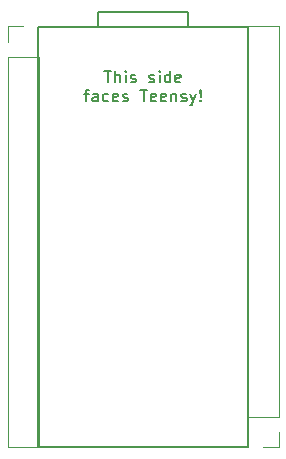
<source format=gto>
G04 #@! TF.GenerationSoftware,KiCad,Pcbnew,(6.0.5)*
G04 #@! TF.CreationDate,2022-09-25T21:33:28+09:00*
G04 #@! TF.ProjectId,teensy4_header_breakout,7465656e-7379-4345-9f68-65616465725f,rev?*
G04 #@! TF.SameCoordinates,Original*
G04 #@! TF.FileFunction,Legend,Top*
G04 #@! TF.FilePolarity,Positive*
%FSLAX46Y46*%
G04 Gerber Fmt 4.6, Leading zero omitted, Abs format (unit mm)*
G04 Created by KiCad (PCBNEW (6.0.5)) date 2022-09-25 21:33:28*
%MOMM*%
%LPD*%
G01*
G04 APERTURE LIST*
%ADD10C,0.150000*%
%ADD11C,0.120000*%
G04 APERTURE END LIST*
D10*
X156734285Y-83737380D02*
X157305714Y-83737380D01*
X157020000Y-84737380D02*
X157020000Y-83737380D01*
X157639047Y-84737380D02*
X157639047Y-83737380D01*
X158067619Y-84737380D02*
X158067619Y-84213571D01*
X158020000Y-84118333D01*
X157924761Y-84070714D01*
X157781904Y-84070714D01*
X157686666Y-84118333D01*
X157639047Y-84165952D01*
X158543809Y-84737380D02*
X158543809Y-84070714D01*
X158543809Y-83737380D02*
X158496190Y-83785000D01*
X158543809Y-83832619D01*
X158591428Y-83785000D01*
X158543809Y-83737380D01*
X158543809Y-83832619D01*
X158972380Y-84689761D02*
X159067619Y-84737380D01*
X159258095Y-84737380D01*
X159353333Y-84689761D01*
X159400952Y-84594523D01*
X159400952Y-84546904D01*
X159353333Y-84451666D01*
X159258095Y-84404047D01*
X159115238Y-84404047D01*
X159020000Y-84356428D01*
X158972380Y-84261190D01*
X158972380Y-84213571D01*
X159020000Y-84118333D01*
X159115238Y-84070714D01*
X159258095Y-84070714D01*
X159353333Y-84118333D01*
X160543809Y-84689761D02*
X160639047Y-84737380D01*
X160829523Y-84737380D01*
X160924761Y-84689761D01*
X160972380Y-84594523D01*
X160972380Y-84546904D01*
X160924761Y-84451666D01*
X160829523Y-84404047D01*
X160686666Y-84404047D01*
X160591428Y-84356428D01*
X160543809Y-84261190D01*
X160543809Y-84213571D01*
X160591428Y-84118333D01*
X160686666Y-84070714D01*
X160829523Y-84070714D01*
X160924761Y-84118333D01*
X161400952Y-84737380D02*
X161400952Y-84070714D01*
X161400952Y-83737380D02*
X161353333Y-83785000D01*
X161400952Y-83832619D01*
X161448571Y-83785000D01*
X161400952Y-83737380D01*
X161400952Y-83832619D01*
X162305714Y-84737380D02*
X162305714Y-83737380D01*
X162305714Y-84689761D02*
X162210476Y-84737380D01*
X162020000Y-84737380D01*
X161924761Y-84689761D01*
X161877142Y-84642142D01*
X161829523Y-84546904D01*
X161829523Y-84261190D01*
X161877142Y-84165952D01*
X161924761Y-84118333D01*
X162020000Y-84070714D01*
X162210476Y-84070714D01*
X162305714Y-84118333D01*
X163162857Y-84689761D02*
X163067619Y-84737380D01*
X162877142Y-84737380D01*
X162781904Y-84689761D01*
X162734285Y-84594523D01*
X162734285Y-84213571D01*
X162781904Y-84118333D01*
X162877142Y-84070714D01*
X163067619Y-84070714D01*
X163162857Y-84118333D01*
X163210476Y-84213571D01*
X163210476Y-84308809D01*
X162734285Y-84404047D01*
X155020000Y-85680714D02*
X155400952Y-85680714D01*
X155162857Y-86347380D02*
X155162857Y-85490238D01*
X155210476Y-85395000D01*
X155305714Y-85347380D01*
X155400952Y-85347380D01*
X156162857Y-86347380D02*
X156162857Y-85823571D01*
X156115238Y-85728333D01*
X156020000Y-85680714D01*
X155829523Y-85680714D01*
X155734285Y-85728333D01*
X156162857Y-86299761D02*
X156067619Y-86347380D01*
X155829523Y-86347380D01*
X155734285Y-86299761D01*
X155686666Y-86204523D01*
X155686666Y-86109285D01*
X155734285Y-86014047D01*
X155829523Y-85966428D01*
X156067619Y-85966428D01*
X156162857Y-85918809D01*
X157067619Y-86299761D02*
X156972380Y-86347380D01*
X156781904Y-86347380D01*
X156686666Y-86299761D01*
X156639047Y-86252142D01*
X156591428Y-86156904D01*
X156591428Y-85871190D01*
X156639047Y-85775952D01*
X156686666Y-85728333D01*
X156781904Y-85680714D01*
X156972380Y-85680714D01*
X157067619Y-85728333D01*
X157877142Y-86299761D02*
X157781904Y-86347380D01*
X157591428Y-86347380D01*
X157496190Y-86299761D01*
X157448571Y-86204523D01*
X157448571Y-85823571D01*
X157496190Y-85728333D01*
X157591428Y-85680714D01*
X157781904Y-85680714D01*
X157877142Y-85728333D01*
X157924761Y-85823571D01*
X157924761Y-85918809D01*
X157448571Y-86014047D01*
X158305714Y-86299761D02*
X158400952Y-86347380D01*
X158591428Y-86347380D01*
X158686666Y-86299761D01*
X158734285Y-86204523D01*
X158734285Y-86156904D01*
X158686666Y-86061666D01*
X158591428Y-86014047D01*
X158448571Y-86014047D01*
X158353333Y-85966428D01*
X158305714Y-85871190D01*
X158305714Y-85823571D01*
X158353333Y-85728333D01*
X158448571Y-85680714D01*
X158591428Y-85680714D01*
X158686666Y-85728333D01*
X159781904Y-85347380D02*
X160353333Y-85347380D01*
X160067619Y-86347380D02*
X160067619Y-85347380D01*
X161067619Y-86299761D02*
X160972380Y-86347380D01*
X160781904Y-86347380D01*
X160686666Y-86299761D01*
X160639047Y-86204523D01*
X160639047Y-85823571D01*
X160686666Y-85728333D01*
X160781904Y-85680714D01*
X160972380Y-85680714D01*
X161067619Y-85728333D01*
X161115238Y-85823571D01*
X161115238Y-85918809D01*
X160639047Y-86014047D01*
X161924761Y-86299761D02*
X161829523Y-86347380D01*
X161639047Y-86347380D01*
X161543809Y-86299761D01*
X161496190Y-86204523D01*
X161496190Y-85823571D01*
X161543809Y-85728333D01*
X161639047Y-85680714D01*
X161829523Y-85680714D01*
X161924761Y-85728333D01*
X161972380Y-85823571D01*
X161972380Y-85918809D01*
X161496190Y-86014047D01*
X162400952Y-85680714D02*
X162400952Y-86347380D01*
X162400952Y-85775952D02*
X162448571Y-85728333D01*
X162543809Y-85680714D01*
X162686666Y-85680714D01*
X162781904Y-85728333D01*
X162829523Y-85823571D01*
X162829523Y-86347380D01*
X163258095Y-86299761D02*
X163353333Y-86347380D01*
X163543809Y-86347380D01*
X163639047Y-86299761D01*
X163686666Y-86204523D01*
X163686666Y-86156904D01*
X163639047Y-86061666D01*
X163543809Y-86014047D01*
X163400952Y-86014047D01*
X163305714Y-85966428D01*
X163258095Y-85871190D01*
X163258095Y-85823571D01*
X163305714Y-85728333D01*
X163400952Y-85680714D01*
X163543809Y-85680714D01*
X163639047Y-85728333D01*
X164020000Y-85680714D02*
X164258095Y-86347380D01*
X164496190Y-85680714D02*
X164258095Y-86347380D01*
X164162857Y-86585476D01*
X164115238Y-86633095D01*
X164020000Y-86680714D01*
X164877142Y-86252142D02*
X164924761Y-86299761D01*
X164877142Y-86347380D01*
X164829523Y-86299761D01*
X164877142Y-86252142D01*
X164877142Y-86347380D01*
X164877142Y-85966428D02*
X164829523Y-85395000D01*
X164877142Y-85347380D01*
X164924761Y-85395000D01*
X164877142Y-85966428D01*
X164877142Y-85347380D01*
D11*
X171510000Y-113030000D02*
X168850000Y-113030000D01*
X168850000Y-113030000D02*
X168850000Y-79950000D01*
X171510000Y-114300000D02*
X171510000Y-115630000D01*
X171510000Y-113030000D02*
X171510000Y-79950000D01*
X171510000Y-115630000D02*
X170180000Y-115630000D01*
X171510000Y-79950000D02*
X168850000Y-79950000D01*
X148530000Y-115630000D02*
X151190000Y-115630000D01*
X148530000Y-81280000D02*
X148530000Y-79950000D01*
X148530000Y-82550000D02*
X148530000Y-115630000D01*
X148530000Y-79950000D02*
X149860000Y-79950000D01*
X148530000Y-82550000D02*
X151190000Y-82550000D01*
X151190000Y-82550000D02*
X151190000Y-115630000D01*
D10*
X163830000Y-78740000D02*
X156210000Y-78740000D01*
X168910000Y-115570000D02*
X168910000Y-80010000D01*
X151130000Y-115570000D02*
X168910000Y-115570000D01*
X163830000Y-80010000D02*
X163830000Y-78740000D01*
X168910000Y-80010000D02*
X151130000Y-80010000D01*
X151130000Y-80010000D02*
X151130000Y-115570000D01*
X156210000Y-78740000D02*
X156210000Y-80010000D01*
M02*

</source>
